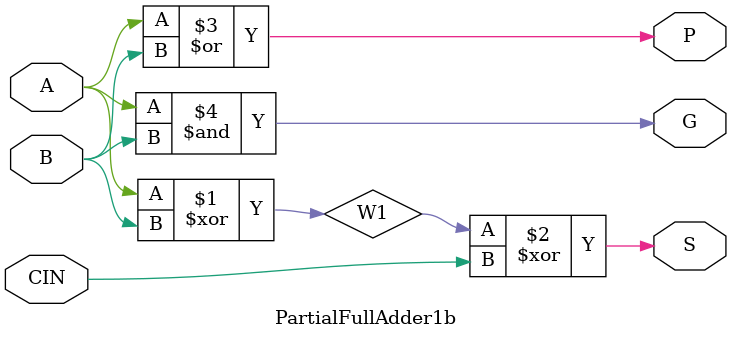
<source format=v>
/* Partial Adder, recebe dois números de 1 bit, A e B, e um carry in CIN.
Suas saídas são:
S - Soma (A ^ B ^ CIN)
P - Propagate, verifica se A e B propagam um carry. 1 caso propaga, 0 caso contrário. (A | N) 
G - Generate, verifica se A e e geram um carry . 1 caso gere, 0 caso contrário (A & B) */
module PartialFullAdder1b (
    input A, B, CIN,
    output S, P, G
);
wire W1;

    xor U1 (W1, A, B);
    xor U2 (S, W1, CIN);
    or U3 (P, A, B);
    and U4 (G, A, B);

endmodule
</source>
